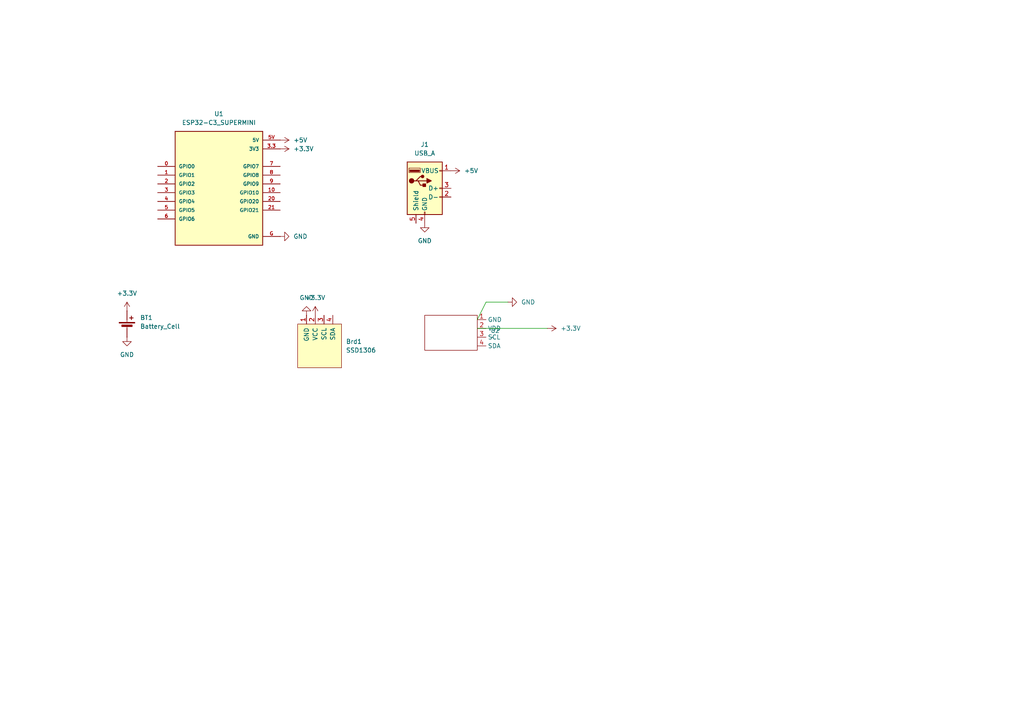
<source format=kicad_sch>
(kicad_sch (version 20250114) (generator "eeschema") (generator_version "9.0")
  (paper "A4")
  (lib_symbols
    (symbol "Connector:USB_A" (pin_names (offset 1.016))
      (property "Reference" "J" (at -5.08 11.43 0))
      (property "Value" "USB_A" (at -5.08 8.89 0))
      (symbol "USB_A_0_1"
        (rectangle (start -5.08 -7.62) (end 5.08 7.62) (stroke (width 0.254)) (fill (type background)))
        (circle (center -3.81 2.159) (radius 0.635) (stroke (width 0.254)) (fill (type outline)))
        (polyline (pts (xy -3.175 2.159) (xy -2.54 2.159) (xy -1.27 3.429) (xy -0.635 3.429)) (stroke (width 0.254)))
        (polyline (pts (xy -2.54 2.159) (xy -1.905 2.159) (xy -1.27 0.889) (xy 0 0.889)) (stroke (width 0.254)))
        (rectangle (start -1.524 4.826) (end -4.318 5.334) (fill (type outline)))
        (rectangle (start -1.27 4.572) (end -4.572 5.842))
        (circle (center -0.635 3.429) (radius 0.381) (stroke (width 0.254)) (fill (type outline)))
        (rectangle (start -0.127 -7.62) (end 0.127 -6.858))
        (rectangle (start 0.254 1.27) (end -0.508 0.508) (stroke (width 0.254)) (fill (type outline)))
        (polyline (pts (xy 0.635 2.794) (xy 0.635 1.524) (xy 1.905 2.159) (xy 0.635 2.794)) (stroke (width 0.254)) (fill (type outline)))
        (rectangle (start 5.08 4.953) (end 4.318 5.207))
        (rectangle (start 5.08 -0.127) (end 4.318 0.127))
        (rectangle (start 5.08 -2.667) (end 4.318 -2.413))
      )
      (symbol "USB_A_1_1"
        (polyline (pts (xy -1.905 2.159) (xy 0.635 2.159)) (stroke (width 0.254)))
        (pin passive line (at -2.54 -10.16 90) (length 2.54) (name "Shield") (number "5"))
        (pin power_in line (at 0 -10.16 90) (length 2.54) (name "GND") (number "4"))
        (pin power_in line (at 7.62 5.08 180) (length 2.54) (name "VBUS") (number "1"))
        (pin bidirectional line (at 7.62 0 180) (length 2.54) (name "D+") (number "3"))
        (pin bidirectional line (at 7.62 -2.54 180) (length 2.54) (name "D-") (number "2"))
      )
    )
    (symbol "CustomSymbols:ESP32-C3_SUPERMINI" (pin_names (offset 1.016))
      (property "Reference" "U" (at -12.7 16.002 0))
      (property "Value" "ESP32-C3_SUPERMINI" (at -12.7 -20.32 0))
      (symbol "ESP32-C3_SUPERMINI_0_0"
        (rectangle (start -12.7 -17.78) (end 12.7 15.24) (stroke (width 0.254)) (fill (type background)))
        (pin bidirectional line (at -17.78 5.08 0) (length 5.08) (name "GPIO0") (number "0"))
        (pin bidirectional line (at -17.78 2.54 0) (length 5.08) (name "GPIO1") (number "1"))
        (pin bidirectional line (at -17.78 0 0) (length 5.08) (name "GPIO2") (number "2"))
        (pin bidirectional line (at -17.78 -2.54 0) (length 5.08) (name "GPIO3") (number "3"))
        (pin bidirectional line (at -17.78 -5.08 0) (length 5.08) (name "GPIO4") (number "4"))
        (pin bidirectional line (at -17.78 -7.62 0) (length 5.08) (name "GPIO5") (number "5"))
        (pin bidirectional line (at -17.78 -10.16 0) (length 5.08) (name "GPIO6") (number "6"))
        (pin power_in line (at 17.78 12.7 180) (length 5.08) (name "5V") (number "5V"))
        (pin power_in line (at 17.78 10.16 180) (length 5.08) (name "3V3") (number "3.3"))
        (pin bidirectional line (at 17.78 5.08 180) (length 5.08) (name "GPIO7") (number "7"))
        (pin bidirectional line (at 17.78 2.54 180) (length 5.08) (name "GPIO8") (number "8"))
        (pin bidirectional line (at 17.78 0 180) (length 5.08) (name "GPIO9") (number "9"))
        (pin bidirectional line (at 17.78 -2.54 180) (length 5.08) (name "GPIO10") (number "10"))
        (pin bidirectional line (at 17.78 -5.08 180) (length 5.08) (name "GPIO20") (number "20"))
        (pin bidirectional line (at 17.78 -7.62 180) (length 5.08) (name "GPIO21") (number "21"))
        (pin power_in line (at 17.78 -15.24 180) (length 5.08) (name "GND") (number "G"))
      )
    )
    (symbol "CustomSymbols:SCD40_CO2_module"
      (property "Reference" "U" (at 0 0.635 0))
      (symbol "SCD40_CO2_module_0_1"
        (rectangle (start -10.16 -0.635) (end 5.08 -10.795))
      )
      (symbol "SCD40_CO2_module_1_1"
        (pin input line (at 5.08 -1.905 0) (length 2.54) (name "GND") (number "1"))
        (pin input line (at 5.08 -4.445 0) (length 2.54) (name "VDD") (number "2"))
        (pin input line (at 5.08 -6.985 0) (length 2.54) (name "SCL") (number "3"))
        (pin input line (at 5.08 -9.525 0) (length 2.54) (name "SDA") (number "4"))
      )
    )
    (symbol "CustomSymbols:SSD1306" (pin_names (offset 1.016))
      (property "Reference" "Brd" (at 0 -3.81 0))
      (property "Value" "SSD1306" (at 0 -1.27 0))
      (symbol "SSD1306_0_1"
        (rectangle (start -6.35 6.35) (end 6.35 -6.35) (fill (type background)))
      )
      (symbol "SSD1306_1_1"
        (pin input line (at -3.81 8.89 270) (length 2.54) (name "GND") (number "1"))
        (pin input line (at -1.27 8.89 270) (length 2.54) (name "VCC") (number "2"))
        (pin input line (at 1.27 8.89 270) (length 2.54) (name "SCL") (number "3"))
        (pin input line (at 3.81 8.89 270) (length 2.54) (name "SDA") (number "4"))
      )
    )
    (symbol "Device:Battery_Cell" (pin_numbers (hide yes)) (pin_names (offset 0) (hide yes))
      (property "Reference" "BT" (at 2.54 2.54 0))
      (property "Value" "Battery_Cell" (at 2.54 0 0))
      (symbol "Battery_Cell_0_1"
        (rectangle (start -2.286 1.778) (end 2.286 1.524) (fill (type outline)))
        (rectangle (start -1.524 1.016) (end 1.524 0.508) (fill (type outline)))
        (polyline (pts (xy 0 1.778) (xy 0 2.54)))
        (polyline (pts (xy 0 0.762) (xy 0 0)))
        (polyline (pts (xy 0.762 3.048) (xy 1.778 3.048)) (stroke (width 0.254)))
        (polyline (pts (xy 1.27 3.556) (xy 1.27 2.54)) (stroke (width 0.254)))
      )
      (symbol "Battery_Cell_1_1"
        (pin passive line (at 0 5.08 270) (length 2.54) (name "+") (number "1"))
        (pin passive line (at 0 -2.54 90) (length 2.54) (name "-") (number "2"))
      )
    )
    (symbol "power:+3.3V" (power) (pin_numbers (hide yes)) (pin_names (offset 0) (hide yes))
      (property "Value" "+3.3V" (at 0 3.556 0))
      (symbol "+3.3V_0_1"
        (polyline (pts (xy -0.762 1.27) (xy 0 2.54)))
        (polyline (pts (xy 0 2.54) (xy 0.762 1.27)))
        (polyline (pts (xy 0 0) (xy 0 2.54)))
      )
      (symbol "+3.3V_1_1"
        (pin power_in line (at 0 0 90) (length 0) (name "~") (number "1"))
      )
    )
    (symbol "power:+5V" (power) (pin_numbers (hide yes)) (pin_names (offset 0) (hide yes))
      (property "Value" "+5V" (at 0 3.556 0))
      (symbol "+5V_0_1"
        (polyline (pts (xy -0.762 1.27) (xy 0 2.54)))
        (polyline (pts (xy 0 2.54) (xy 0.762 1.27)))
        (polyline (pts (xy 0 0) (xy 0 2.54)))
      )
      (symbol "+5V_1_1"
        (pin power_in line (at 0 0 90) (length 0) (name "~") (number "1"))
      )
    )
    (symbol "power:GND" (power) (pin_numbers (hide yes)) (pin_names (offset 0) (hide yes))
      (property "Value" "GND" (at 0 -3.81 0))
      (symbol "GND_0_1"
        (polyline (pts (xy 0 0) (xy 0 -1.27) (xy 1.27 -1.27) (xy 0 -2.54) (xy -1.27 -1.27) (xy 0 -1.27)))
      )
      (symbol "GND_1_1"
        (pin power_in line (at 0 0 270) (length 0) (name "~") (number "1"))
      )
    )
  )
  (wire (pts (xy 147.32 87.63) (xy 140.97 87.63)))
  (wire (pts (xy 140.97 87.63) (xy 138.43 92.71)))
  (wire (pts (xy 158.75 95.25) (xy 138.43 95.25)))
  (symbol (lib_id "power:+5V") (at 81.28 40.64 270) (unit 1)
    (property "Reference" "#PWR01" (effects (hide yes)))
    (property "Value" "+5V" (at 85.09 40.6399 90) (effects (justify left)))
    (property "Description" "Power symbol creates a global label with name \"+5V\"" (effects (hide yes)))
  )
  (symbol (lib_id "power:GND") (at 88.9 91.44 180) (unit 1)
    (property "Reference" "#PWR05" (effects (hide yes)))
    (property "Value" "GND" (at 88.9 86.36 0))
    (property "Description" "Power symbol creates a global label with name \"GND\" , ground" (effects (hide yes)))
  )
  (symbol (lib_id "power:+3.3V") (at 81.28 43.18 270) (unit 1)
    (property "Reference" "#PWR07" (effects (hide yes)))
    (property "Value" "+3.3V" (at 85.09 43.1799 90) (effects (justify left)))
    (property "Description" "Power symbol creates a global label with name \"+3.3V\"" (effects (hide yes)))
  )
  (symbol (lib_id "Connector:USB_A") (at 123.19 54.61 0) (unit 1)
    (property "Reference" "J1" (at 123.19 41.91 0))
    (property "Value" "USB_A" (at 123.19 44.45 0))
    (property "Footprint" "Connector_USB:USB_A_CNCTech_1001-011-01101_Horizontal" (effects (hide yes)))
    (property "Description" "USB Type A connector" (effects (hide yes)))
  )
  (symbol (lib_id "power:+5V") (at 130.81 49.53 270) (unit 1)
    (property "Reference" "#PWR04" (effects (hide yes)))
    (property "Value" "+5V" (at 134.62 49.5299 90) (effects (justify left)))
    (property "Description" "Power symbol creates a global label with name \"+5V\"" (effects (hide yes)))
  )
  (symbol (lib_id "power:GND") (at 36.83 97.79 0) (unit 1)
    (property "Reference" "#PWR011" (effects (hide yes)))
    (property "Value" "GND" (at 36.83 102.87 0))
    (property "Description" "Power symbol creates a global label with name \"GND\" , ground" (effects (hide yes)))
  )
  (symbol (lib_id "CustomSymbols:ESP32-C3_SUPERMINI") (at 63.5 53.34 0) (unit 1)
    (property "Reference" "U1" (at 63.5 33.02 0))
    (property "Value" "ESP32-C3_SUPERMINI" (at 63.5 35.56 0))
    (property "Footprint" "CustomLibrary:ESP32-C3_SUPERMINI_SMD" (effects (hide yes)))
    (property "MF" "Espressif Systems" (effects (hide yes)))
    (property "MAXIMUM_PACKAGE_HEIGHT" "4.2mm" (effects (hide yes)))
    (property "Package" "Package" (effects (hide yes)))
    (property "Price" "None" (effects (hide yes)))
    (property "Check_prices" "https://www.snapeda.com/parts/ESP32-C3%20SuperMini_TH/Espressif+Systems/view-part/?ref=eda" (effects (hide yes)))
    (property "STANDARD" "Manufacturer Recommendations" (effects (hide yes)))
    (property "SnapEDA_Link" "https://www.snapeda.com/parts/ESP32-C3%20SuperMini_TH/Espressif+Systems/view-part/?ref=snap" (effects (hide yes)))
    (property "MP" "ESP32-C3 SuperMini_TH" (effects (hide yes)))
    (property "Description_1" "\nSuper tiny ESP32-C3 board\n" (effects (hide yes)))
    (property "Availability" "Not in stock" (effects (hide yes)))
    (property "MANUFACTURER" "Espressif" (effects (hide yes)))
  )
  (symbol (lib_id "power:GND") (at 123.19 64.77 0) (unit 1)
    (property "Reference" "#PWR03" (effects (hide yes)))
    (property "Value" "GND" (at 123.19 69.85 0))
    (property "Description" "Power symbol creates a global label with name \"GND\" , ground" (effects (hide yes)))
  )
  (symbol (lib_id "Device:Battery_Cell") (at 36.83 95.25 0) (unit 1)
    (property "Reference" "BT1" (at 40.64 92.1384 0) (effects (justify left)))
    (property "Value" "Battery_Cell" (at 40.64 94.6784 0) (effects (justify left)))
    (property "Footprint" "CustomLibrary:BatteryHolder_Keystone_1060_1x2032" (effects (hide yes)))
    (property "Description" "Single-cell battery" (effects (hide yes)))
  )
  (symbol (lib_id "CustomSymbols:SSD1306") (at 92.71 100.33 0) (unit 1)
    (property "Reference" "Brd1" (at 100.33 99.0599 0) (effects (justify left)))
    (property "Value" "SSD1306" (at 100.33 101.5999 0) (effects (justify left)))
    (property "Footprint" "CustomLibrary:128x64OLED" (effects (hide yes)))
  )
  (symbol (lib_id "power:GND") (at 81.28 68.58 90) (unit 1)
    (property "Reference" "#PWR02" (effects (hide yes)))
    (property "Value" "GND" (at 85.09 68.5799 90) (effects (justify right)))
    (property "Description" "Power symbol creates a global label with name \"GND\" , ground" (effects (hide yes)))
  )
  (symbol (lib_id "power:GND") (at 147.32 87.63 90) (unit 1)
    (property "Reference" "#PWR08" (effects (hide yes)))
    (property "Value" "GND" (at 151.13 87.6299 90) (effects (justify right)))
    (property "Description" "Power symbol creates a global label with name \"GND\" , ground" (effects (hide yes)))
  )
  (symbol (lib_id "CustomSymbols:SCD40_CO2_module") (at 133.35 90.805 0) (unit 1)
    (property "Reference" "U2" (at 142.24 95.8849 0) (effects (justify left)))
    (property "Value" "~" (at 142.24 97.79 0) (effects (justify left)))
    (property "Footprint" "CustomLibrary:SCD40_CO2_module" (effects (hide yes)))
  )
  (symbol (lib_id "power:+3.3V") (at 36.83 90.17 0) (unit 1)
    (property "Reference" "#PWR010" (effects (hide yes)))
    (property "Value" "+3.3V" (at 36.83 85.09 0))
    (property "Description" "Power symbol creates a global label with name \"+3.3V\"" (effects (hide yes)))
  )
  (symbol (lib_id "power:+3.3V") (at 91.44 91.44 0) (unit 1)
    (property "Reference" "#PWR06" (effects (hide yes)))
    (property "Value" "+3.3V" (at 91.44 86.36 0))
    (property "Description" "Power symbol creates a global label with name \"+3.3V\"" (effects (hide yes)))
  )
  (symbol (lib_id "power:+3.3V") (at 158.75 95.25 270) (unit 1)
    (property "Reference" "#PWR09" (effects (hide yes)))
    (property "Value" "+3.3V" (at 162.56 95.2499 90) (effects (justify left)))
    (property "Description" "Power symbol creates a global label with name \"+3.3V\"" (effects (hide yes)))
  )
)
</source>
